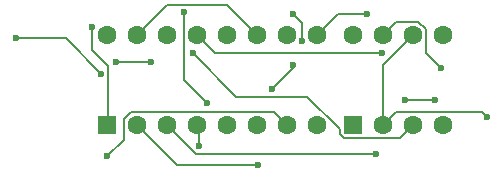
<source format=gbr>
%TF.GenerationSoftware,KiCad,Pcbnew,9.0.6*%
%TF.CreationDate,2025-11-06T17:37:23+11:00*%
%TF.ProjectId,catch-the-led,63617463-682d-4746-9865-2d6c65642e6b,rev?*%
%TF.SameCoordinates,Original*%
%TF.FileFunction,Copper,L2,Bot*%
%TF.FilePolarity,Positive*%
%FSLAX46Y46*%
G04 Gerber Fmt 4.6, Leading zero omitted, Abs format (unit mm)*
G04 Created by KiCad (PCBNEW 9.0.6) date 2025-11-06 17:37:23*
%MOMM*%
%LPD*%
G01*
G04 APERTURE LIST*
G04 Aperture macros list*
%AMRoundRect*
0 Rectangle with rounded corners*
0 $1 Rounding radius*
0 $2 $3 $4 $5 $6 $7 $8 $9 X,Y pos of 4 corners*
0 Add a 4 corners polygon primitive as box body*
4,1,4,$2,$3,$4,$5,$6,$7,$8,$9,$2,$3,0*
0 Add four circle primitives for the rounded corners*
1,1,$1+$1,$2,$3*
1,1,$1+$1,$4,$5*
1,1,$1+$1,$6,$7*
1,1,$1+$1,$8,$9*
0 Add four rect primitives between the rounded corners*
20,1,$1+$1,$2,$3,$4,$5,0*
20,1,$1+$1,$4,$5,$6,$7,0*
20,1,$1+$1,$6,$7,$8,$9,0*
20,1,$1+$1,$8,$9,$2,$3,0*%
G04 Aperture macros list end*
%TA.AperFunction,ComponentPad*%
%ADD10RoundRect,0.250000X0.550000X-0.550000X0.550000X0.550000X-0.550000X0.550000X-0.550000X-0.550000X0*%
%TD*%
%TA.AperFunction,ComponentPad*%
%ADD11C,1.600000*%
%TD*%
%TA.AperFunction,ViaPad*%
%ADD12C,0.600000*%
%TD*%
%TA.AperFunction,Conductor*%
%ADD13C,0.200000*%
%TD*%
G04 APERTURE END LIST*
D10*
%TO.P,U2,1,Q5*%
%TO.N,Net-(D6-A)*%
X133392500Y-103279500D03*
D11*
%TO.P,U2,2,Q1*%
%TO.N,Net-(D2-A)*%
X135932500Y-103279500D03*
%TO.P,U2,3,Q0*%
%TO.N,Net-(D1-A)*%
X138472500Y-103279500D03*
%TO.P,U2,4,Q2*%
%TO.N,Net-(D3-A)*%
X141012500Y-103279500D03*
%TO.P,U2,5,Q6*%
%TO.N,Net-(D7-A)*%
X143552500Y-103279500D03*
%TO.P,U2,6,Q7*%
%TO.N,Net-(D8-A)*%
X146092500Y-103279500D03*
%TO.P,U2,7,Q3*%
%TO.N,Net-(D4-A)*%
X148632500Y-103279500D03*
%TO.P,U2,8,VSS*%
%TO.N,Net-(U1-GND)*%
X151172500Y-103279500D03*
%TO.P,U2,9,Q8*%
%TO.N,Net-(D9-A)*%
X151172500Y-95659500D03*
%TO.P,U2,10,Q4*%
%TO.N,Net-(D5-A)*%
X148632500Y-95659500D03*
%TO.P,U2,11,Q9*%
%TO.N,Net-(U2-Q9)*%
X146092500Y-95659500D03*
%TO.P,U2,12,Cout*%
%TO.N,unconnected-(U2-Cout-Pad12)*%
X143552500Y-95659500D03*
%TO.P,U2,13,CKEN*%
%TO.N,Net-(U2-CKEN)*%
X141012500Y-95659500D03*
%TO.P,U2,14,CLK*%
%TO.N,Net-(U1-Q)*%
X138472500Y-95659500D03*
%TO.P,U2,15,Reset*%
%TO.N,Net-(U2-Q9)*%
X135932500Y-95659500D03*
%TO.P,U2,16,VDD*%
%TO.N,Net-(U1-R)*%
X133392500Y-95659500D03*
%TD*%
D10*
%TO.P,U1,1,GND*%
%TO.N,Net-(U1-GND)*%
X154220500Y-103279500D03*
D11*
%TO.P,U1,2,TR*%
%TO.N,Net-(U1-THR)*%
X156760500Y-103279500D03*
%TO.P,U1,3,Q*%
%TO.N,Net-(U1-Q)*%
X159300500Y-103279500D03*
%TO.P,U1,4,R*%
%TO.N,Net-(U1-R)*%
X161840500Y-103279500D03*
%TO.P,U1,5,CV*%
%TO.N,unconnected-(U1-CV-Pad5)*%
X161840500Y-95659500D03*
%TO.P,U1,6,THR*%
%TO.N,Net-(U1-THR)*%
X159300500Y-95659500D03*
%TO.P,U1,7,DIS*%
%TO.N,Net-(U1-DIS)*%
X156760500Y-95659500D03*
%TO.P,U1,8,VCC*%
%TO.N,Net-(U1-R)*%
X154220500Y-95659500D03*
%TD*%
D12*
%TO.N,Net-(U1-GND)*%
X161160500Y-101220500D03*
X125660500Y-95970500D03*
X158660500Y-101220500D03*
X132910500Y-98970500D03*
%TO.N,Net-(U1-THR)*%
X165580500Y-102633403D03*
%TO.N,Net-(D1-A)*%
X156160500Y-105720500D03*
%TO.N,Net-(D2-A)*%
X146160500Y-106720500D03*
%TO.N,Net-(D3-A)*%
X141160500Y-105052500D03*
%TO.N,Net-(D4-A)*%
X133410500Y-105970500D03*
%TO.N,Net-(D5-A)*%
X134160500Y-97970500D03*
X137160500Y-97970500D03*
%TO.N,Net-(D6-A)*%
X132160500Y-94970500D03*
%TO.N,Net-(D7-A)*%
X141910500Y-101470500D03*
X139910500Y-93720500D03*
%TO.N,Net-(D8-A)*%
X147337735Y-100293265D03*
X149160500Y-93896500D03*
X149160500Y-98220500D03*
X149910500Y-96220500D03*
%TO.N,Net-(D9-A)*%
X155410500Y-93896500D03*
%TO.N,Net-(U1-DIS)*%
X161660500Y-98470500D03*
%TO.N,Net-(U2-CKEN)*%
X156660500Y-97220500D03*
%TO.N,Net-(U1-Q)*%
X140660500Y-97220500D03*
%TD*%
D13*
%TO.N,Net-(U1-GND)*%
X158660500Y-101220500D02*
X161160500Y-101220500D01*
X125660500Y-95970500D02*
X129910500Y-95970500D01*
X129910500Y-95970500D02*
X132910500Y-98970500D01*
%TO.N,Net-(U1-THR)*%
X157861500Y-102178500D02*
X156760500Y-103279500D01*
X165580500Y-102633403D02*
X165125597Y-102178500D01*
X156760500Y-103279500D02*
X156760500Y-98199500D01*
X165125597Y-102178500D02*
X157861500Y-102178500D01*
X156760500Y-98199500D02*
X159300500Y-95659500D01*
%TO.N,Net-(D1-A)*%
X140913500Y-105720500D02*
X138472500Y-103279500D01*
X156160500Y-105720500D02*
X140913500Y-105720500D01*
%TO.N,Net-(D2-A)*%
X139373500Y-106720500D02*
X135932500Y-103279500D01*
X146160500Y-106720500D02*
X139373500Y-106720500D01*
%TO.N,Net-(D3-A)*%
X141160500Y-105052500D02*
X141160500Y-103427500D01*
X141160500Y-103427500D02*
X141012500Y-103279500D01*
%TO.N,Net-(D4-A)*%
X147531500Y-102178500D02*
X148632500Y-103279500D01*
X134831500Y-102823450D02*
X135476450Y-102178500D01*
X133410500Y-105970500D02*
X134831500Y-104549500D01*
X135476450Y-102178500D02*
X147531500Y-102178500D01*
X134831500Y-104549500D02*
X134831500Y-102823450D01*
%TO.N,Net-(D5-A)*%
X134160500Y-97970500D02*
X137160500Y-97970500D01*
%TO.N,Net-(D6-A)*%
X133511500Y-98321500D02*
X133511500Y-103160500D01*
X133511500Y-103160500D02*
X133392500Y-103279500D01*
X132160500Y-96970500D02*
X133511500Y-98321500D01*
X132160500Y-94970500D02*
X132160500Y-96970500D01*
%TO.N,Net-(D7-A)*%
X139910500Y-93720500D02*
X139910500Y-99470500D01*
X139910500Y-99470500D02*
X141910500Y-101470500D01*
%TO.N,Net-(D8-A)*%
X149160500Y-93896500D02*
X149910500Y-94646500D01*
X149160500Y-98470500D02*
X149160500Y-98220500D01*
X147337735Y-100293265D02*
X149160500Y-98470500D01*
X149910500Y-94646500D02*
X149910500Y-96220500D01*
%TO.N,Net-(D9-A)*%
X155410500Y-93896500D02*
X152935500Y-93896500D01*
X152935500Y-93896500D02*
X151172500Y-95659500D01*
%TO.N,Net-(U1-DIS)*%
X157861500Y-94558500D02*
X156760500Y-95659500D01*
X161660500Y-98470500D02*
X160401500Y-97211500D01*
X160401500Y-95203450D02*
X159756550Y-94558500D01*
X160401500Y-97211500D02*
X160401500Y-95203450D01*
X159756550Y-94558500D02*
X157861500Y-94558500D01*
%TO.N,Net-(U2-CKEN)*%
X156660500Y-97220500D02*
X142573500Y-97220500D01*
X142573500Y-97220500D02*
X141012500Y-95659500D01*
%TO.N,Net-(U1-Q)*%
X153119500Y-104064660D02*
X153119500Y-103669450D01*
X144334265Y-100894265D02*
X140660500Y-97220500D01*
X158199500Y-104380500D02*
X153435340Y-104380500D01*
X153435340Y-104380500D02*
X153119500Y-104064660D01*
X159300500Y-103279500D02*
X158199500Y-104380500D01*
X150344315Y-100894265D02*
X144334265Y-100894265D01*
X153119500Y-103669450D02*
X150344315Y-100894265D01*
%TO.N,Net-(U2-Q9)*%
X138472500Y-93119500D02*
X143552500Y-93119500D01*
X143552500Y-93119500D02*
X146092500Y-95659500D01*
X135932500Y-95659500D02*
X138472500Y-93119500D01*
%TD*%
M02*

</source>
